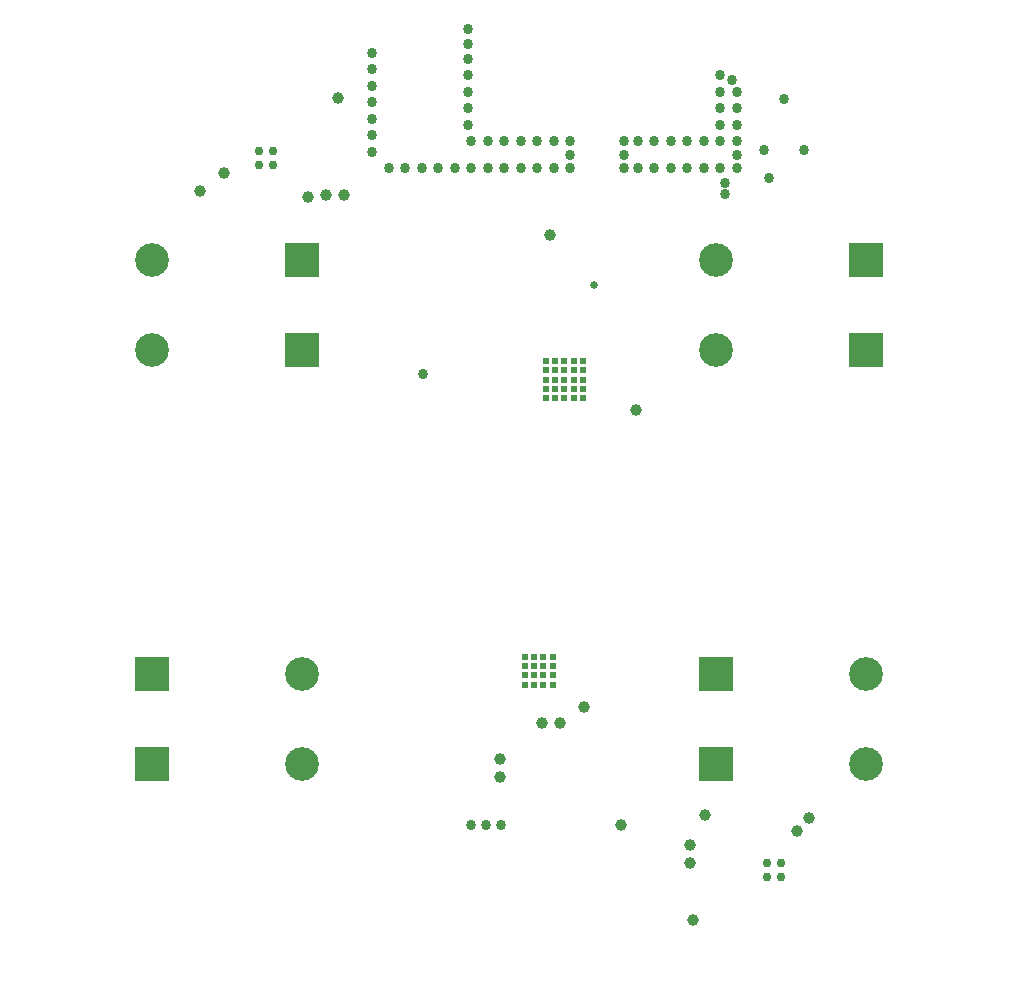
<source format=gbs>
%FSLAX25Y25*%
%MOIN*%
G70*
G01*
G75*
G04 Layer_Color=16711935*
%ADD10C,0.01000*%
%ADD11C,0.00500*%
%ADD12C,0.00600*%
%ADD13R,0.03347X0.02953*%
%ADD14R,0.02953X0.03347*%
%ADD15R,0.03543X0.02953*%
G04:AMPARAMS|DCode=16|XSize=17.72mil|YSize=19.69mil|CornerRadius=0mil|HoleSize=0mil|Usage=FLASHONLY|Rotation=22.500|XOffset=0mil|YOffset=0mil|HoleType=Round|Shape=Rectangle|*
%AMROTATEDRECTD16*
4,1,4,-0.00442,-0.01248,-0.01195,0.00570,0.00442,0.01248,0.01195,-0.00570,-0.00442,-0.01248,0.0*
%
%ADD16ROTATEDRECTD16*%

G04:AMPARAMS|DCode=17|XSize=33.47mil|YSize=35.43mil|CornerRadius=0mil|HoleSize=0mil|Usage=FLASHONLY|Rotation=202.500|XOffset=0mil|YOffset=0mil|HoleType=Round|Shape=Rectangle|*
%AMROTATEDRECTD17*
4,1,4,0.00868,0.02277,0.02224,-0.00997,-0.00868,-0.02277,-0.02224,0.00997,0.00868,0.02277,0.0*
%
%ADD17ROTATEDRECTD17*%

G04:AMPARAMS|DCode=18|XSize=17.72mil|YSize=19.69mil|CornerRadius=0mil|HoleSize=0mil|Usage=FLASHONLY|Rotation=112.500|XOffset=0mil|YOffset=0mil|HoleType=Round|Shape=Rectangle|*
%AMROTATEDRECTD18*
4,1,4,0.01248,-0.00442,-0.00570,-0.01195,-0.01248,0.00442,0.00570,0.01195,0.01248,-0.00442,0.0*
%
%ADD18ROTATEDRECTD18*%

G04:AMPARAMS|DCode=19|XSize=33.47mil|YSize=35.43mil|CornerRadius=0mil|HoleSize=0mil|Usage=FLASHONLY|Rotation=292.500|XOffset=0mil|YOffset=0mil|HoleType=Round|Shape=Rectangle|*
%AMROTATEDRECTD19*
4,1,4,-0.02277,0.00868,0.00997,0.02224,0.02277,-0.00868,-0.00997,-0.02224,-0.02277,0.00868,0.0*
%
%ADD19ROTATEDRECTD19*%

G04:AMPARAMS|DCode=20|XSize=17.72mil|YSize=19.69mil|CornerRadius=0mil|HoleSize=0mil|Usage=FLASHONLY|Rotation=337.500|XOffset=0mil|YOffset=0mil|HoleType=Round|Shape=Rectangle|*
%AMROTATEDRECTD20*
4,1,4,-0.01195,-0.00570,-0.00442,0.01248,0.01195,0.00570,0.00442,-0.01248,-0.01195,-0.00570,0.0*
%
%ADD20ROTATEDRECTD20*%

G04:AMPARAMS|DCode=21|XSize=33.47mil|YSize=35.43mil|CornerRadius=0mil|HoleSize=0mil|Usage=FLASHONLY|Rotation=157.500|XOffset=0mil|YOffset=0mil|HoleType=Round|Shape=Rectangle|*
%AMROTATEDRECTD21*
4,1,4,0.02224,0.00997,0.00868,-0.02277,-0.02224,-0.00997,-0.00868,0.02277,0.02224,0.00997,0.0*
%
%ADD21ROTATEDRECTD21*%

G04:AMPARAMS|DCode=22|XSize=17.72mil|YSize=19.69mil|CornerRadius=0mil|HoleSize=0mil|Usage=FLASHONLY|Rotation=247.500|XOffset=0mil|YOffset=0mil|HoleType=Round|Shape=Rectangle|*
%AMROTATEDRECTD22*
4,1,4,-0.00570,0.01195,0.01248,0.00442,0.00570,-0.01195,-0.01248,-0.00442,-0.00570,0.01195,0.0*
%
%ADD22ROTATEDRECTD22*%

G04:AMPARAMS|DCode=23|XSize=33.47mil|YSize=35.43mil|CornerRadius=0mil|HoleSize=0mil|Usage=FLASHONLY|Rotation=67.500|XOffset=0mil|YOffset=0mil|HoleType=Round|Shape=Rectangle|*
%AMROTATEDRECTD23*
4,1,4,0.00997,-0.02224,-0.02277,-0.00868,-0.00997,0.02224,0.02277,0.00868,0.00997,-0.02224,0.0*
%
%ADD23ROTATEDRECTD23*%

%ADD24R,0.02362X0.02362*%
%ADD25R,0.01890X0.01575*%
%ADD26R,0.03150X0.05118*%
%ADD27R,0.02362X0.02559*%
%ADD28C,0.03200*%
%ADD29R,0.02559X0.02362*%
%ADD30R,0.08268X0.08268*%
%ADD31O,0.02559X0.01181*%
%ADD32O,0.01181X0.02559*%
%ADD33R,0.02953X0.03543*%
%ADD34R,0.03543X0.07480*%
%ADD35R,0.02362X0.02362*%
%ADD36R,0.02362X0.02756*%
%ADD37R,0.04724X0.05512*%
G04:AMPARAMS|DCode=38|XSize=11.02mil|YSize=33.47mil|CornerRadius=0mil|HoleSize=0mil|Usage=FLASHONLY|Rotation=0.000|XOffset=0mil|YOffset=0mil|HoleType=Round|Shape=Octagon|*
%AMOCTAGOND38*
4,1,8,-0.00276,0.01673,0.00276,0.01673,0.00551,0.01398,0.00551,-0.01398,0.00276,-0.01673,-0.00276,-0.01673,-0.00551,-0.01398,-0.00551,0.01398,-0.00276,0.01673,0.0*
%
%ADD38OCTAGOND38*%

%ADD39R,0.01102X0.03347*%
%ADD40R,0.03347X0.01102*%
%ADD41R,0.13583X0.13583*%
%ADD42R,0.05709X0.02165*%
%ADD43R,0.05512X0.04724*%
%ADD44R,0.05118X0.07480*%
%ADD45R,0.03000X0.10000*%
%ADD46R,0.17716X0.17716*%
%ADD47R,0.03600X0.04800*%
%ADD48R,0.09055X0.02559*%
%ADD49R,0.08071X0.11417*%
%ADD50R,0.08661X0.04095*%
%ADD51C,0.10000*%
%ADD52C,0.01500*%
%ADD53C,0.00800*%
%ADD54C,0.04000*%
%ADD55C,0.02000*%
%ADD56C,0.03000*%
%ADD57C,0.02500*%
%ADD58C,0.00700*%
%ADD59R,0.07000X0.23500*%
%ADD60R,0.15700X0.07000*%
%ADD61R,0.03000X0.03300*%
%ADD62C,0.03500*%
%ADD63C,0.02000*%
%ADD64R,0.10800X0.10800*%
%ADD65C,0.10800*%
%ADD66C,0.03000*%
%ADD67C,0.02200*%
%ADD68C,0.04000*%
%ADD69C,0.02598*%
%ADD70C,0.00984*%
%ADD71C,0.00984*%
%ADD72C,0.00787*%
%ADD73C,0.00300*%
%ADD74R,0.01772X0.03740*%
%ADD75R,0.03147X0.02753*%
%ADD76R,0.02753X0.03147*%
%ADD77R,0.03343X0.02753*%
G04:AMPARAMS|DCode=78|XSize=15.72mil|YSize=17.69mil|CornerRadius=0mil|HoleSize=0mil|Usage=FLASHONLY|Rotation=22.500|XOffset=0mil|YOffset=0mil|HoleType=Round|Shape=Rectangle|*
%AMROTATEDRECTD78*
4,1,4,-0.00388,-0.01118,-0.01064,0.00516,0.00388,0.01118,0.01064,-0.00516,-0.00388,-0.01118,0.0*
%
%ADD78ROTATEDRECTD78*%

G04:AMPARAMS|DCode=79|XSize=31.47mil|YSize=33.43mil|CornerRadius=0mil|HoleSize=0mil|Usage=FLASHONLY|Rotation=202.500|XOffset=0mil|YOffset=0mil|HoleType=Round|Shape=Rectangle|*
%AMROTATEDRECTD79*
4,1,4,0.00814,0.02147,0.02093,-0.00942,-0.00814,-0.02147,-0.02093,0.00942,0.00814,0.02147,0.0*
%
%ADD79ROTATEDRECTD79*%

G04:AMPARAMS|DCode=80|XSize=15.72mil|YSize=17.69mil|CornerRadius=0mil|HoleSize=0mil|Usage=FLASHONLY|Rotation=112.500|XOffset=0mil|YOffset=0mil|HoleType=Round|Shape=Rectangle|*
%AMROTATEDRECTD80*
4,1,4,0.01118,-0.00388,-0.00516,-0.01064,-0.01118,0.00388,0.00516,0.01064,0.01118,-0.00388,0.0*
%
%ADD80ROTATEDRECTD80*%

G04:AMPARAMS|DCode=81|XSize=31.47mil|YSize=33.43mil|CornerRadius=0mil|HoleSize=0mil|Usage=FLASHONLY|Rotation=292.500|XOffset=0mil|YOffset=0mil|HoleType=Round|Shape=Rectangle|*
%AMROTATEDRECTD81*
4,1,4,-0.02147,0.00814,0.00942,0.02093,0.02147,-0.00814,-0.00942,-0.02093,-0.02147,0.00814,0.0*
%
%ADD81ROTATEDRECTD81*%

G04:AMPARAMS|DCode=82|XSize=15.72mil|YSize=17.69mil|CornerRadius=0mil|HoleSize=0mil|Usage=FLASHONLY|Rotation=337.500|XOffset=0mil|YOffset=0mil|HoleType=Round|Shape=Rectangle|*
%AMROTATEDRECTD82*
4,1,4,-0.01064,-0.00516,-0.00388,0.01118,0.01064,0.00516,0.00388,-0.01118,-0.01064,-0.00516,0.0*
%
%ADD82ROTATEDRECTD82*%

G04:AMPARAMS|DCode=83|XSize=31.47mil|YSize=33.43mil|CornerRadius=0mil|HoleSize=0mil|Usage=FLASHONLY|Rotation=157.500|XOffset=0mil|YOffset=0mil|HoleType=Round|Shape=Rectangle|*
%AMROTATEDRECTD83*
4,1,4,0.02093,0.00942,0.00814,-0.02147,-0.02093,-0.00942,-0.00814,0.02147,0.02093,0.00942,0.0*
%
%ADD83ROTATEDRECTD83*%

G04:AMPARAMS|DCode=84|XSize=15.72mil|YSize=17.69mil|CornerRadius=0mil|HoleSize=0mil|Usage=FLASHONLY|Rotation=247.500|XOffset=0mil|YOffset=0mil|HoleType=Round|Shape=Rectangle|*
%AMROTATEDRECTD84*
4,1,4,-0.00516,0.01064,0.01118,0.00388,0.00516,-0.01064,-0.01118,-0.00388,-0.00516,0.01064,0.0*
%
%ADD84ROTATEDRECTD84*%

G04:AMPARAMS|DCode=85|XSize=31.47mil|YSize=33.43mil|CornerRadius=0mil|HoleSize=0mil|Usage=FLASHONLY|Rotation=67.500|XOffset=0mil|YOffset=0mil|HoleType=Round|Shape=Rectangle|*
%AMROTATEDRECTD85*
4,1,4,0.00942,-0.02093,-0.02147,-0.00814,-0.00942,0.02093,0.02147,0.00814,0.00942,-0.02093,0.0*
%
%ADD85ROTATEDRECTD85*%

%ADD86R,0.02162X0.02162*%
%ADD87R,0.01690X0.01375*%
%ADD88R,0.02950X0.04918*%
%ADD89R,0.02162X0.02359*%
%ADD90R,0.02359X0.02162*%
%ADD91R,0.08068X0.08068*%
%ADD92O,0.02359X0.00981*%
%ADD93O,0.00981X0.02359*%
%ADD94R,0.02753X0.03343*%
%ADD95R,0.03343X0.07280*%
%ADD96R,0.02162X0.02162*%
%ADD97R,0.02162X0.02556*%
%ADD98R,0.04524X0.05312*%
G04:AMPARAMS|DCode=99|XSize=9.02mil|YSize=31.47mil|CornerRadius=0mil|HoleSize=0mil|Usage=FLASHONLY|Rotation=0.000|XOffset=0mil|YOffset=0mil|HoleType=Round|Shape=Octagon|*
%AMOCTAGOND99*
4,1,8,-0.00226,0.01573,0.00226,0.01573,0.00451,0.01348,0.00451,-0.01348,0.00226,-0.01573,-0.00226,-0.01573,-0.00451,-0.01348,-0.00451,0.01348,-0.00226,0.01573,0.0*
%
%ADD99OCTAGOND99*%

%ADD100R,0.00100X0.00100*%
%ADD101R,0.05509X0.01965*%
%ADD102R,0.05312X0.04524*%
%ADD103R,0.04918X0.07280*%
%ADD104R,0.02800X0.09800*%
%ADD105R,0.08855X0.02359*%
%ADD106R,0.07871X0.11217*%
%ADD107R,0.08461X0.03895*%
%ADD108R,0.03400X0.03700*%
%ADD109R,0.03747X0.03353*%
%ADD110R,0.03353X0.03747*%
%ADD111R,0.03943X0.03353*%
G04:AMPARAMS|DCode=112|XSize=19.72mil|YSize=21.69mil|CornerRadius=0mil|HoleSize=0mil|Usage=FLASHONLY|Rotation=22.500|XOffset=0mil|YOffset=0mil|HoleType=Round|Shape=Rectangle|*
%AMROTATEDRECTD112*
4,1,4,-0.00496,-0.01379,-0.01326,0.00625,0.00496,0.01379,0.01326,-0.00625,-0.00496,-0.01379,0.0*
%
%ADD112ROTATEDRECTD112*%

G04:AMPARAMS|DCode=113|XSize=35.47mil|YSize=37.43mil|CornerRadius=0mil|HoleSize=0mil|Usage=FLASHONLY|Rotation=202.500|XOffset=0mil|YOffset=0mil|HoleType=Round|Shape=Rectangle|*
%AMROTATEDRECTD113*
4,1,4,0.00922,0.02408,0.02355,-0.01051,-0.00922,-0.02408,-0.02355,0.01051,0.00922,0.02408,0.0*
%
%ADD113ROTATEDRECTD113*%

G04:AMPARAMS|DCode=114|XSize=19.72mil|YSize=21.69mil|CornerRadius=0mil|HoleSize=0mil|Usage=FLASHONLY|Rotation=112.500|XOffset=0mil|YOffset=0mil|HoleType=Round|Shape=Rectangle|*
%AMROTATEDRECTD114*
4,1,4,0.01379,-0.00496,-0.00625,-0.01326,-0.01379,0.00496,0.00625,0.01326,0.01379,-0.00496,0.0*
%
%ADD114ROTATEDRECTD114*%

G04:AMPARAMS|DCode=115|XSize=35.47mil|YSize=37.43mil|CornerRadius=0mil|HoleSize=0mil|Usage=FLASHONLY|Rotation=292.500|XOffset=0mil|YOffset=0mil|HoleType=Round|Shape=Rectangle|*
%AMROTATEDRECTD115*
4,1,4,-0.02408,0.00922,0.01051,0.02355,0.02408,-0.00922,-0.01051,-0.02355,-0.02408,0.00922,0.0*
%
%ADD115ROTATEDRECTD115*%

G04:AMPARAMS|DCode=116|XSize=19.72mil|YSize=21.69mil|CornerRadius=0mil|HoleSize=0mil|Usage=FLASHONLY|Rotation=337.500|XOffset=0mil|YOffset=0mil|HoleType=Round|Shape=Rectangle|*
%AMROTATEDRECTD116*
4,1,4,-0.01326,-0.00625,-0.00496,0.01379,0.01326,0.00625,0.00496,-0.01379,-0.01326,-0.00625,0.0*
%
%ADD116ROTATEDRECTD116*%

G04:AMPARAMS|DCode=117|XSize=35.47mil|YSize=37.43mil|CornerRadius=0mil|HoleSize=0mil|Usage=FLASHONLY|Rotation=157.500|XOffset=0mil|YOffset=0mil|HoleType=Round|Shape=Rectangle|*
%AMROTATEDRECTD117*
4,1,4,0.02355,0.01051,0.00922,-0.02408,-0.02355,-0.01051,-0.00922,0.02408,0.02355,0.01051,0.0*
%
%ADD117ROTATEDRECTD117*%

G04:AMPARAMS|DCode=118|XSize=19.72mil|YSize=21.69mil|CornerRadius=0mil|HoleSize=0mil|Usage=FLASHONLY|Rotation=247.500|XOffset=0mil|YOffset=0mil|HoleType=Round|Shape=Rectangle|*
%AMROTATEDRECTD118*
4,1,4,-0.00625,0.01326,0.01379,0.00496,0.00625,-0.01326,-0.01379,-0.00496,-0.00625,0.01326,0.0*
%
%ADD118ROTATEDRECTD118*%

G04:AMPARAMS|DCode=119|XSize=35.47mil|YSize=37.43mil|CornerRadius=0mil|HoleSize=0mil|Usage=FLASHONLY|Rotation=67.500|XOffset=0mil|YOffset=0mil|HoleType=Round|Shape=Rectangle|*
%AMROTATEDRECTD119*
4,1,4,0.01051,-0.02355,-0.02408,-0.00922,-0.01051,0.02355,0.02408,0.00922,0.01051,-0.02355,0.0*
%
%ADD119ROTATEDRECTD119*%

%ADD120R,0.02762X0.02762*%
%ADD121R,0.02290X0.01975*%
%ADD122R,0.03550X0.05518*%
%ADD123R,0.02762X0.02959*%
%ADD124C,0.03600*%
%ADD125R,0.02959X0.02762*%
%ADD126R,0.08668X0.08668*%
%ADD127O,0.02959X0.01581*%
%ADD128O,0.01581X0.02959*%
%ADD129R,0.03353X0.03943*%
%ADD130R,0.03943X0.07880*%
%ADD131R,0.02762X0.02762*%
%ADD132R,0.02762X0.03156*%
%ADD133R,0.05124X0.05912*%
G04:AMPARAMS|DCode=134|XSize=15.02mil|YSize=37.47mil|CornerRadius=0mil|HoleSize=0mil|Usage=FLASHONLY|Rotation=0.000|XOffset=0mil|YOffset=0mil|HoleType=Round|Shape=Octagon|*
%AMOCTAGOND134*
4,1,8,-0.00376,0.01873,0.00376,0.01873,0.00751,0.01498,0.00751,-0.01498,0.00376,-0.01873,-0.00376,-0.01873,-0.00751,-0.01498,-0.00751,0.01498,-0.00376,0.01873,0.0*
%
%ADD134OCTAGOND134*%

%ADD135R,0.01502X0.03747*%
%ADD136R,0.03747X0.01502*%
%ADD137R,0.00083X0.00083*%
%ADD138R,0.06109X0.02565*%
%ADD139R,0.05912X0.05124*%
%ADD140R,0.05518X0.07880*%
%ADD141R,0.03400X0.10400*%
%ADD142R,0.00117X0.00117*%
%ADD143R,0.04000X0.05200*%
%ADD144R,0.09455X0.02959*%
%ADD145R,0.08471X0.11817*%
%ADD146R,0.09061X0.04495*%
%ADD147C,0.03900*%
%ADD148C,0.02400*%
%ADD149C,0.00400*%
%ADD150R,0.11200X0.11200*%
%ADD151C,0.11200*%
%ADD152C,0.03400*%
%ADD153C,0.02600*%
%ADD154C,0.02998*%
D147*
X96000Y-107000D02*
D03*
X60500Y-111500D02*
D03*
X-57000Y137500D02*
D03*
X65500Y-101500D02*
D03*
X61500Y-136500D02*
D03*
X100000Y-102500D02*
D03*
X60500Y-117500D02*
D03*
X11000Y-71000D02*
D03*
X25000Y-65500D02*
D03*
X-3000Y-89000D02*
D03*
X13910Y91830D02*
D03*
X37500Y-105000D02*
D03*
X-3000Y-83000D02*
D03*
X17000Y-71000D02*
D03*
X-95000Y112500D02*
D03*
X-67000Y104500D02*
D03*
X42500Y33500D02*
D03*
X-55000Y105000D02*
D03*
X-61000D02*
D03*
X-103000Y106500D02*
D03*
D148*
X14650Y-58150D02*
D03*
X11550D02*
D03*
X8450D02*
D03*
X5350D02*
D03*
X14650Y-55050D02*
D03*
X11550D02*
D03*
X8450D02*
D03*
X5350D02*
D03*
X14650Y-51950D02*
D03*
X11550D02*
D03*
X8450D02*
D03*
X5350D02*
D03*
X14650Y-48850D02*
D03*
X11550D02*
D03*
X8450D02*
D03*
X5350D02*
D03*
X24700Y37300D02*
D03*
X21600D02*
D03*
X18500D02*
D03*
X15400D02*
D03*
X12300D02*
D03*
X24700Y40400D02*
D03*
X21600D02*
D03*
X18500D02*
D03*
X15400D02*
D03*
X12300D02*
D03*
X24700Y43500D02*
D03*
X21600D02*
D03*
X18500D02*
D03*
X15400D02*
D03*
X12300D02*
D03*
X24700Y46600D02*
D03*
X21600D02*
D03*
X18500D02*
D03*
X15400D02*
D03*
X12300D02*
D03*
X24700Y49700D02*
D03*
X21600D02*
D03*
X18500D02*
D03*
X15400D02*
D03*
X12300D02*
D03*
D149*
X161537Y0D02*
D03*
X-161297D02*
D03*
X0Y-150870D02*
D03*
D150*
X-119000Y-84500D02*
D03*
Y-54500D02*
D03*
X69000Y-84500D02*
D03*
Y-54500D02*
D03*
X119000Y83500D02*
D03*
Y53500D02*
D03*
X-69000Y83500D02*
D03*
Y53500D02*
D03*
D151*
X-119000Y83500D02*
D03*
Y53500D02*
D03*
X69000Y83500D02*
D03*
Y53500D02*
D03*
X119000Y-84500D02*
D03*
Y-54500D02*
D03*
X-69000Y-84500D02*
D03*
Y-54500D02*
D03*
D152*
X-2500Y-105000D02*
D03*
X-12500D02*
D03*
X-7500D02*
D03*
X-13500Y160500D02*
D03*
Y145000D02*
D03*
Y150500D02*
D03*
Y155500D02*
D03*
X-12500Y123000D02*
D03*
X-7000D02*
D03*
X-1500D02*
D03*
X-13500Y128500D02*
D03*
Y134000D02*
D03*
Y139500D02*
D03*
X15000Y123000D02*
D03*
X9500D02*
D03*
X4000D02*
D03*
X20500Y114000D02*
D03*
Y118500D02*
D03*
Y123000D02*
D03*
X4000Y114000D02*
D03*
X9500D02*
D03*
X15000D02*
D03*
X-1500D02*
D03*
X-7000D02*
D03*
X-12500D02*
D03*
X-29000D02*
D03*
X-23500D02*
D03*
X-18000D02*
D03*
X-34500D02*
D03*
X-40000D02*
D03*
X-45500Y136000D02*
D03*
Y130500D02*
D03*
Y125000D02*
D03*
Y119500D02*
D03*
Y152500D02*
D03*
Y147000D02*
D03*
Y141500D02*
D03*
X38500Y123000D02*
D03*
Y118500D02*
D03*
Y114000D02*
D03*
X43000D02*
D03*
X59500D02*
D03*
X54000D02*
D03*
X48500D02*
D03*
X65000D02*
D03*
X70500D02*
D03*
X76000D02*
D03*
X70500Y139500D02*
D03*
X76000D02*
D03*
X43000Y123000D02*
D03*
X59500D02*
D03*
X54000D02*
D03*
X48500D02*
D03*
X65000D02*
D03*
X70500D02*
D03*
X76000D02*
D03*
Y128500D02*
D03*
Y134000D02*
D03*
X70500D02*
D03*
Y128500D02*
D03*
X76000Y118500D02*
D03*
X85000Y120000D02*
D03*
X98500D02*
D03*
X86701Y110701D02*
D03*
X72000Y109000D02*
D03*
Y105500D02*
D03*
X-28600Y45400D02*
D03*
X74500Y143500D02*
D03*
X70500Y145000D02*
D03*
X91642Y137210D02*
D03*
D153*
X28500Y75000D02*
D03*
D154*
X90862Y-117638D02*
D03*
Y-122362D02*
D03*
X86138Y-117638D02*
D03*
Y-122362D02*
D03*
X-83232Y115138D02*
D03*
Y119862D02*
D03*
X-78508Y115138D02*
D03*
Y119862D02*
D03*
M02*

</source>
